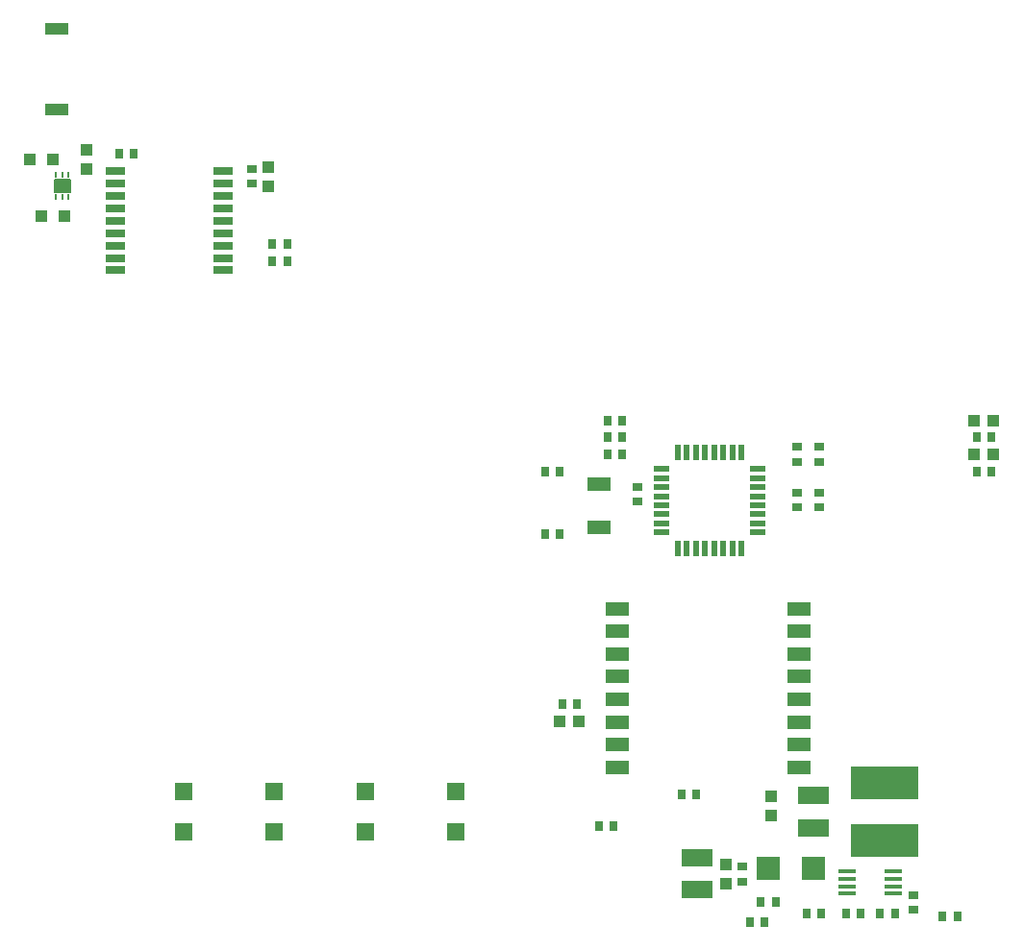
<source format=gtp>
G75*
%MOIN*%
%OFA0B0*%
%FSLAX24Y24*%
%IPPOS*%
%LPD*%
%AMOC8*
5,1,8,0,0,1.08239X$1,22.5*
%
%ADD10R,0.0580X0.0200*%
%ADD11R,0.0200X0.0580*%
%ADD12R,0.0787X0.0394*%
%ADD13R,0.0787X0.0512*%
%ADD14R,0.0709X0.0315*%
%ADD15R,0.0709X0.0276*%
%ADD16R,0.0591X0.0591*%
%ADD17R,0.0354X0.0276*%
%ADD18R,0.0276X0.0354*%
%ADD19R,0.0394X0.0394*%
%ADD20R,0.0394X0.0433*%
%ADD21R,0.0433X0.0394*%
%ADD22R,0.1063X0.0630*%
%ADD23R,0.0600X0.0180*%
%ADD24R,0.0787X0.0787*%
%ADD25R,0.0110X0.0197*%
%ADD26C,0.0050*%
%ADD27R,0.2362X0.1181*%
D10*
X023837Y014269D03*
X023837Y014579D03*
X023837Y014899D03*
X023837Y015209D03*
X023837Y015529D03*
X023837Y015839D03*
X023837Y016159D03*
X023837Y016469D03*
X027177Y016469D03*
X027177Y016159D03*
X027177Y015839D03*
X027177Y015529D03*
X027177Y015209D03*
X027177Y014899D03*
X027177Y014579D03*
X027177Y014269D03*
D11*
X026607Y013699D03*
X026297Y013699D03*
X025977Y013699D03*
X025667Y013699D03*
X025347Y013699D03*
X025037Y013699D03*
X024717Y013699D03*
X024407Y013699D03*
X024407Y017039D03*
X024717Y017039D03*
X025037Y017039D03*
X025347Y017039D03*
X025667Y017039D03*
X025977Y017039D03*
X026297Y017039D03*
X026607Y017039D03*
D12*
X002873Y028961D03*
X002873Y031757D03*
D13*
X021676Y015959D03*
X021676Y014463D03*
X022298Y011629D03*
X022298Y010841D03*
X022298Y010054D03*
X022298Y009267D03*
X022298Y008479D03*
X022298Y007692D03*
X022298Y006904D03*
X022298Y006117D03*
X028597Y006117D03*
X028597Y006904D03*
X028597Y007692D03*
X028597Y008479D03*
X028597Y009267D03*
X028597Y010054D03*
X028597Y010841D03*
X028597Y011629D03*
D14*
X008652Y023786D03*
X008652Y024219D03*
X008652Y024652D03*
X008652Y025085D03*
X008652Y025519D03*
X008652Y025952D03*
X008652Y026385D03*
X004912Y026385D03*
X004912Y025952D03*
X004912Y025519D03*
X004912Y025085D03*
X004912Y024652D03*
X004912Y024219D03*
X004912Y023786D03*
D15*
X004912Y023373D03*
X008652Y023373D03*
X008652Y026798D03*
X004912Y026798D03*
D16*
X007267Y003893D03*
X007267Y005270D03*
X010416Y005270D03*
X010416Y003893D03*
X013566Y003893D03*
X013566Y005270D03*
X016715Y005270D03*
X016715Y003893D03*
D17*
X026656Y002672D03*
X026656Y002160D03*
X032562Y001688D03*
X032562Y001176D03*
X029314Y015152D03*
X029314Y015664D03*
X028526Y015664D03*
X028526Y015152D03*
X028526Y016727D03*
X028526Y017239D03*
X029314Y017239D03*
X029314Y016727D03*
X023015Y015861D03*
X023015Y015349D03*
X009629Y026373D03*
X009629Y026885D03*
D18*
X010357Y024267D03*
X010869Y024267D03*
X010869Y023676D03*
X010357Y023676D03*
X005554Y027416D03*
X005042Y027416D03*
X019806Y016393D03*
X020318Y016393D03*
X021971Y016983D03*
X022483Y016983D03*
X022483Y017574D03*
X021971Y017574D03*
X021971Y018164D03*
X022483Y018164D03*
X020318Y014227D03*
X019806Y014227D03*
X020397Y008322D03*
X020908Y008322D03*
X024530Y005172D03*
X025042Y005172D03*
X022188Y004089D03*
X021676Y004089D03*
X026893Y000743D03*
X027404Y000743D03*
X027286Y001432D03*
X027798Y001432D03*
X028861Y001038D03*
X029373Y001038D03*
X030239Y001038D03*
X030751Y001038D03*
X031420Y001038D03*
X031932Y001038D03*
X033586Y000940D03*
X034097Y000940D03*
X034767Y016393D03*
X035278Y016393D03*
X035278Y017574D03*
X034767Y017574D03*
D19*
X003133Y025251D03*
X002345Y025251D03*
X001952Y027219D03*
X002739Y027219D03*
D20*
X003920Y026885D03*
X003920Y027554D03*
X010219Y026963D03*
X010219Y026294D03*
X027641Y005113D03*
X027641Y004444D03*
X026066Y002751D03*
X026066Y002081D03*
D21*
X020987Y007731D03*
X020318Y007731D03*
X034688Y016983D03*
X035357Y016983D03*
X035357Y018164D03*
X034688Y018164D03*
D22*
X029117Y005133D03*
X029117Y004030D03*
X025082Y002967D03*
X025082Y001865D03*
D23*
X030286Y001741D03*
X030286Y001991D03*
X030286Y002251D03*
X030286Y002501D03*
X031886Y002501D03*
X031886Y002251D03*
X031886Y001991D03*
X031886Y001741D03*
D24*
X029117Y002613D03*
X027542Y002613D03*
D25*
X003290Y025900D03*
X003074Y025900D03*
X002857Y025900D03*
X002857Y026688D03*
X003074Y026688D03*
X003290Y026688D03*
D26*
X002810Y026521D02*
X002810Y026067D01*
X002810Y026521D02*
X003338Y026521D01*
X003338Y026067D01*
X002810Y026067D01*
X002810Y026116D02*
X003338Y026116D01*
X003338Y026165D02*
X002810Y026165D01*
X002810Y026214D02*
X003338Y026214D01*
X003338Y026263D02*
X002810Y026263D01*
X002810Y026312D02*
X003338Y026312D01*
X003338Y026361D02*
X002810Y026361D01*
X002810Y026410D02*
X003338Y026410D01*
X003338Y026459D02*
X002810Y026459D01*
X002810Y026508D02*
X003338Y026508D01*
D27*
X031578Y005581D03*
X031578Y003581D03*
M02*

</source>
